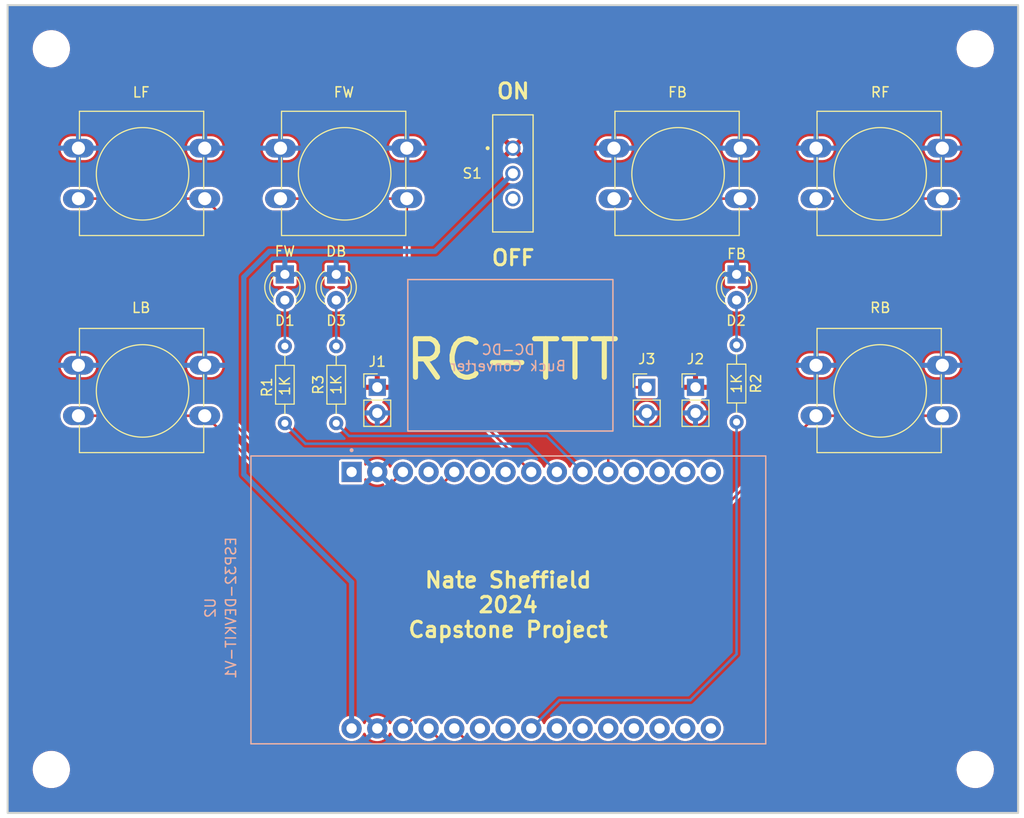
<source format=kicad_pcb>
(kicad_pcb (version 20221018) (generator pcbnew)
  (title_block (title "RCTTT Remote") (date "2/5/2024") (rev "V1") (comment 3 "Senior Design Project Remote ") (comment 4 "Nate Sheffield"))
  (layers (0 "F.Cu" signal) (31 "B.Cu" signal) (34 "B.Paste" user) (35 "F.Paste" user) (36 "B.SilkS" user "B.Silkscreen") (37 "F.SilkS" user "F.Silkscreen") (38 "B.Mask" user) (39 "F.Mask" user) (44 "Edge.Cuts" user))
  (net 0 "")
  (net 1 "GND")
  (net 2 "Net-(D1-A)")
  (net 3 "Net-(D2-A)")
  (net 4 "+3.3V")
  (net 6 "Net-(U2-D18)")
  (net 7 "Net-(U2-D25)")
  (net 8 "Net-(U2-VIN)")
  (net 9 "Net-(U2-D15)")
  (net 10 "Net-(U2-D4)")
  (net 11 "Net-(U2-D5)")
  (net 12 "Net-(U2-D12)")
  (net 13 "Net-(U2-D13)")
  (net 14 "Net-(U2-D14)")
  (net 15 "Net-(D3-A)")
  (net 16 "Net-(J3-Pin_1)")
  (net 17 "Net-(U2-D19)")
  (footprint "Resistor_THT:R_Axial_DIN0204_L3.6mm_D1.6mm_P7.62mm_Horizontal" (layer "F.Cu") (at 103.632 71.882 -90)
    (fp_text reference "R1" (at 4.064 1.778 90) (layer "F.SilkS"))
    (fp_text value "1K" (at 3.927 0 90) (layer "F.SilkS"))
    (fp_line (start 0.94 0) (end 1.89 0) (stroke (width 0.12)) (layer "F.SilkS"))
    (fp_line (start 1.89 -0.92) (end 1.89 0.92) (stroke (width 0.12)) (layer "F.SilkS"))
    (fp_line (start 1.89 0.92) (end 5.73 0.92) (stroke (width 0.12)) (layer "F.SilkS"))
    (fp_line (start 5.73 -0.92) (end 1.89 -0.92) (stroke (width 0.12)) (layer "F.SilkS"))
    (fp_line (start 5.73 0.92) (end 5.73 -0.92) (stroke (width 0.12)) (layer "F.SilkS"))
    (fp_line (start 6.68 0) (end 5.73 0) (stroke (width 0.12)) (layer "F.SilkS"))
    (pad "1" thru_hole circle (at 0 0 270) (size 1.4 1.4) (drill 0.7) (layers "*.Cu" "*.Mask") (net 2 "Net-(D1-A)"))
    (pad "2" thru_hole oval (at 7.62 0 270) (size 1.4 1.4) (drill 0.7) (layers "*.Cu" "*.Mask") (net 6 "Net-(U2-D18)"))
  )
  (footprint "LED_THT:LED_D3.0mm" (layer "F.Cu") (at 103.632 64.765 -90)
    (fp_text reference "D1" (at 4.577 0) (layer "F.SilkS"))
    (fp_text value "FW" (at -2.281 0 180) (layer "F.SilkS"))
    (fp_line (start -0.29 -1.236) (end -0.29 -1.08) (stroke (width 0.12)) (layer "F.SilkS"))
    (fp_line (start -0.29 1.08) (end -0.29 1.236) (stroke (width 0.12)) (layer "F.SilkS"))
    (fp_arc (start -0.29 -1.235516) (mid 1.366487 -1.987659) (end 2.942335 -1.078608) (stroke (width 0.12)) (layer "F.SilkS"))
    (fp_arc (start 0.229039 -1.08) (mid 1.270117 -1.5) (end 2.31113 -1.079837) (stroke (width 0.12)) (layer "F.SilkS"))
    (fp_arc (start 2.31113 1.079837) (mid 1.270117 1.5) (end 0.229039 1.08) (stroke (width 0.12)) (layer "F.SilkS"))
    (fp_arc (start 2.942335 1.078608) (mid 1.366487 1.987659) (end -0.29 1.235516) (stroke (width 0.12)) (layer "F.SilkS"))
    (pad "1" thru_hole rect (at 0 0 270) (size 1.8 1.8) (drill 0.9) (layers "*.Cu" "*.Mask") (net 1 "GND"))
    (pad "2" thru_hole circle (at 2.54 0 270) (size 1.8 1.8) (drill 0.9) (layers "*.Cu" "*.Mask") (net 2 "Net-(D1-A)"))
  )
  (footprint "Button_Switch_THT:SW_PUSH-12mm" (layer "F.Cu") (at 136.2 52.265)
    (fp_text reference "FB" (at 6.294 -5.529) (layer "F.SilkS"))
    (fp_text value "FB" hide)
    (fp_line (start 0.1 -3.65) (end 12.4 -3.65) (stroke (width 0.12)) (layer "F.SilkS"))
    (fp_line (start 0.1 -0.93) (end 0.1 -3.65) (stroke (width 0.12)) (layer "F.SilkS"))
    (fp_line (start 0.1 4.07) (end 0.1 0.93) (stroke (width 0.12)) (layer "F.SilkS"))
    (fp_line (start 0.1 8.65) (end 0.1 5.93) (stroke (width 0.12)) (layer "F.SilkS"))
    (fp_line (start 12.4 -3.65) (end 12.4 -0.93) (stroke (width 0.12)) (layer "F.SilkS"))
    (fp_line (start 12.4 0.93) (end 12.4 4.07) (stroke (width 0.12)) (layer "F.SilkS"))
    (fp_line (start 12.4 5.93) (end 12.4 8.65) (stroke (width 0.12)) (layer "F.SilkS"))
    (fp_line (start 12.4 8.65) (end 0.1 8.65) (stroke (width 0.12)) (layer "F.SilkS"))
    (fp_circle (center 6.35 2.54) (end 10.16 5.08) (stroke (width 0.12)) (fill none) (layer "F.SilkS"))
    (pad "1" thru_hole oval (at 0 0) (size 3.048 1.85) (drill 1.3) (layers "*.Cu" "*.Mask") (net 1 "GND"))
    (pad "1" thru_hole oval (at 12.5 0) (size 3.048 1.85) (drill 1.3) (layers "*.Cu" "*.Mask") (net 1 "GND"))
    (pad "2" thru_hole oval (at 0 5) (size 3.048 1.85) (drill 1.3) (layers "*.Cu" "*.Mask") (net 14 "Net-(U2-D14)"))
    (pad "2" thru_hole oval (at 12.5 5) (size 3.048 1.85) (drill 1.3) (layers "*.Cu" "*.Mask") (net 14 "Net-(U2-D14)"))
  )
  (footprint "Resistor_THT:R_Axial_DIN0204_L3.6mm_D1.6mm_P7.62mm_Horizontal" (layer "F.Cu") (at 108.712 71.882 -90)
    (fp_text reference "R3" (at 3.81 1.778 90) (layer "F.SilkS"))
    (fp_text value "1K" (at 3.81 0 90) (layer "F.SilkS"))
    (fp_line (start 0.94 0) (end 1.89 0) (stroke (width 0.12)) (layer "F.SilkS"))
    (fp_line (start 1.89 -0.92) (end 1.89 0.92) (stroke (width 0.12)) (layer "F.SilkS"))
    (fp_line (start 1.89 0.92) (end 5.73 0.92) (stroke (width 0.12)) (layer "F.SilkS"))
    (fp_line (start 5.73 -0.92) (end 1.89 -0.92) (stroke (width 0.12)) (layer "F.SilkS"))
    (fp_line (start 5.73 0.92) (end 5.73 -0.92) (stroke (width 0.12)) (layer "F.SilkS"))
    (fp_line (start 6.68 0) (end 5.73 0) (stroke (width 0.12)) (layer "F.SilkS"))
    (pad "1" thru_hole circle (at 0 0 270) (size 1.4 1.4) (drill 0.7) (layers "*.Cu" "*.Mask") (net 15 "Net-(D3-A)"))
    (pad "2" thru_hole oval (at 7.62 0 270) (size 1.4 1.4) (drill 0.7) (layers "*.Cu" "*.Mask") (net 17 "Net-(U2-D19)"))
  )
  (footprint "esp32_fp:SW_EG1218" (layer "F.Cu") (at 126.2 54.765 -90)
    (fp_text reference "S1" (at 0 4.026) (layer "F.SilkS"))
    (fp_text value "EG1218" hide)
    (fp_line (start -5.8 -2) (end 5.8 -2) (stroke (width 0.127)) (layer "F.SilkS"))
    (fp_line (start -5.8 2) (end -5.8 -2) (stroke (width 0.127)) (layer "F.SilkS"))
    (fp_line (start 5.8 -2) (end 5.8 2) (stroke (width 0.127)) (layer "F.SilkS"))
    (fp_line (start 5.8 2) (end -5.8 2) (stroke (width 0.127)) (layer "F.SilkS"))
    (fp_circle (center -2.5 2.5) (end -2.4 2.5) (stroke (width 0.2)) (fill none) (layer "F.SilkS"))
    (pad "1" thru_hole circle (at -2.5 0 270) (size 1.508 1.508) (drill 1) (layers "*.Cu" "*.Mask") (net 4 "+3.3V"))
    (pad "2" thru_hole circle (at 0 0 270) (size 1.508 1.508) (drill 1) (layers "*.Cu" "*.Mask") (net 8 "Net-(U2-VIN)"))
    (pad "3" thru_hole circle (at 2.5 0 270) (size 1.508 1.508) (drill 1) (layers "*.Cu" "*.Mask"))
  )
  (footprint "Resistor_THT:R_Axial_DIN0204_L3.6mm_D1.6mm_P7.62mm_Horizontal" (layer "F.Cu") (at 148.336 71.765 -90)
    (fp_text reference "R2" (at 3.81 -1.92 90) (layer "F.SilkS"))
    (fp_text value "1K" (at 3.81 0 90) (layer "F.SilkS"))
    (fp_line (start 0.94 0) (end 1.89 0) (stroke (width 0.12)) (layer "F.SilkS"))
    (fp_line (start 1.89 -0.92) (end 1.89 0.92) (stroke (width 0.12)) (layer "F.SilkS"))
    (fp_line (start 1.89 0.92) (end 5.73 0.92) (stroke (width 0.12)) (layer "F.SilkS"))
    (fp_line (start 5.73 -0.92) (end 1.89 -0.92) (stroke (width 0.12)) (layer "F.SilkS"))
    (fp_line (start 5.73 0.92) (end 5.73 -0.92) (stroke (width 0.12)) (layer "F.SilkS"))
    (fp_line (start 6.68 0) (end 5.73 0) (stroke (width 0.12)) (layer "F.SilkS"))
    (pad "1" thru_hole circle (at 0 0 270) (size 1.4 1.4) (drill 0.7) (layers "*.Cu" "*.Mask") (net 3 "Net-(D2-A)"))
    (pad "2" thru_hole oval (at 7.62 0 270) (size 1.4 1.4) (drill 0.7) (layers "*.Cu" "*.Mask") (net 7 "Net-(U2-D25)"))
  )
  (footprint "Connector_PinHeader_2.54mm:PinHeader_1x02_P2.54mm_Vertical" (layer "F.Cu") (at 144.272 75.946)
    (fp_text reference "J2" (at 0 -2.794) (layer "F.SilkS"))
    (fp_text value "PWR_TEST" hide)
    (fp_line (start -1.33 -1.33) (end 0 -1.33) (stroke (width 0.12)) (layer "F.SilkS"))
    (fp_line (start -1.33 0) (end -1.33 -1.33) (stroke (width 0.12)) (layer "F.SilkS"))
    (fp_line (start -1.33 1.27) (end -1.33 3.87) (stroke (width 0.12)) (layer "F.SilkS"))
    (fp_line (start -1.33 1.27) (end 1.33 1.27) (stroke (width 0.12)) (layer "F.SilkS"))
    (fp_line (start -1.33 3.87) (end 1.33 3.87) (stroke (width 0.12)) (layer "F.SilkS"))
    (fp_line (start 1.33 1.27) (end 1.33 3.87) (stroke (width 0.12)) (layer "F.SilkS"))
    (pad "1" thru_hole rect (at 0 0) (size 1.7 1.7) (drill 1) (layers "*.Cu" "*.Mask") (net 4 "+3.3V"))
    (pad "2" thru_hole oval (at 0 2.54) (size 1.7 1.7) (drill 1) (layers "*.Cu" "*.Mask") (net 1 "GND"))
  )
  (footprint "Button_Switch_THT:SW_PUSH-12mm" (layer "F.Cu") (at 156.2 52.265)
    (fp_text reference "RF" (at 6.36 -5.529) (layer "F.SilkS"))
    (fp_text value "RF" hide)
    (fp_line (start 0.1 -3.65) (end 12.4 -3.65) (stroke (width 0.12)) (layer "F.SilkS"))
    (fp_line (start 0.1 -0.93) (end 0.1 -3.65) (stroke (width 0.12)) (layer "F.SilkS"))
    (fp_line (start 0.1 4.07) (end 0.1 0.93) (stroke (width 0.12)) (layer "F.SilkS"))
    (fp_line (start 0.1 8.65) (end 0.1 5.93) (stroke (width 0.12)) (layer "F.SilkS"))
    (fp_line (start 12.4 -3.65) (end 12.4 -0.93) (stroke (width 0.12)) (layer "F.SilkS"))
    (fp_line (start 12.4 0.93) (end 12.4 4.07) (stroke (width 0.12)) (layer "F.SilkS"))
    (fp_line (start 12.4 5.93) (end 12.4 8.65) (stroke (width 0.12)) (layer "F.SilkS"))
    (fp_line (start 12.4 8.65) (end 0.1 8.65) (stroke (width 0.12)) (layer "F.SilkS"))
    (fp_circle (center 6.35 2.54) (end 10.16 5.08) (stroke (width 0.12)) (fill none) (layer "F.SilkS"))
    (pad "1" thru_hole oval (at 0 0) (size 3.048 1.85) (drill 1.3) (layers "*.Cu" "*.Mask") (net 1 "GND"))
    (pad "1" thru_hole oval (at 12.5 0) (size 3.048 1.85) (drill 1.3) (layers "*.Cu" "*.Mask") (net 1 "GND"))
    (pad "2" thru_hole oval (at 0 5) (size 3.048 1.85) (drill 1.3) (layers "*.Cu" "*.Mask") (net 12 "Net-(U2-D12)"))
    (pad "2" thru_hole oval (at 12.5 5) (size 3.048 1.85) (drill 1.3) (layers "*.Cu" "*.Mask") (net 12 "Net-(U2-D12)"))
  )
  (footprint "MountingHole:MountingHole_3.2mm_M3" (layer "F.Cu") (at 171.958 113.792)
    (fp_text reference "REF**" hide)
    (fp_text value "MountingHole_3.2mm_M3" hide)
    (pad "" np_thru_hole circle (at 0 0) (size 3.2 3.2) (drill 3.2) (layers "*.Cu" "*.Mask"))
  )
  (footprint "LED_THT:LED_D3.0mm" (layer "F.Cu") (at 108.712 64.77 -90)
    (fp_text reference "D3" (at 4.572 0 -180) (layer "F.SilkS"))
    (fp_text value "DB" (at -2.286 0 180) (layer "F.SilkS"))
    (fp_line (start -0.29 -1.236) (end -0.29 -1.08) (stroke (width 0.12)) (layer "F.SilkS"))
    (fp_line (start -0.29 1.08) (end -0.29 1.236) (stroke (width 0.12)) (layer "F.SilkS"))
    (fp_arc (start -0.29 -1.235516) (mid 1.366487 -1.987659) (end 2.942335 -1.078608) (stroke (width 0.12)) (layer "F.SilkS"))
    (fp_arc (start 0.229039 -1.08) (mid 1.270117 -1.5) (end 2.31113 -1.079837) (stroke (width 0.12)) (layer "F.SilkS"))
    (fp_arc (start 2.31113 1.079837) (mid 1.270117 1.5) (end 0.229039 1.08) (stroke (width 0.12)) (layer "F.SilkS"))
    (fp_arc (start 2.942335 1.078608) (mid 1.366487 1.987659) (end -0.29 1.235516) (stroke (width 0.12)) (layer "F.SilkS"))
    (pad "1" thru_hole rect (at 0 0 270) (size 1.8 1.8) (drill 0.9) (layers "*.Cu" "*.Mask") (net 1 "GND"))
    (pad "2" thru_hole circle (at 2.54 0 270) (size 1.8 1.8) (drill 0.9) (layers "*.Cu" "*.Mask") (net 15 "Net-(D3-A)"))
  )
  (footprint "Connector_PinHeader_2.54mm:PinHeader_1x02_P2.54mm_Vertical" (layer "F.Cu") (at 139.446 75.946)
    (fp_text reference "J3" (at 0 -2.794) (layer "F.SilkS"))
    (fp_text value "PIN_TEST" hide)
    (fp_line (start -1.33 -1.33) (end 0 -1.33) (stroke (width 0.12)) (layer "F.SilkS"))
    (fp_line (start -1.33 0) (end -1.33 -1.33) (stroke (width 0.12)) (layer "F.SilkS"))
    (fp_line (start -1.33 1.27) (end -1.33 3.87) (stroke (width 0.12)) (layer "F.SilkS"))
    (fp_line (start -1.33 1.27) (end 1.33 1.27) (stroke (width 0.12)) (layer "F.SilkS"))
    (fp_line (start -1.33 3.87) (end 1.33 3.87) (stroke (width 0.12)) (layer "F.SilkS"))
    (fp_line (start 1.33 1.27) (end 1.33 3.87) (stroke (width 0.12)) (layer "F.SilkS"))
    (pad "1" thru_hole rect (at 0 0) (size 1.7 1.7) (drill 1) (layers "*.Cu" "*.Mask") (net 16 "Net-(J3-Pin_1)"))
    (pad "2" thru_hole oval (at 0 2.54) (size 1.7 1.7) (drill 1) (layers "*.Cu" "*.Mask") (net 1 "GND"))
  )
  (footprint "MountingHole:MountingHole_3.2mm_M3" (layer "F.Cu") (at 171.958 42.418)
    (fp_text reference "REF**" hide)
    (fp_text value "MountingHole_3.2mm_M3" hide)
    (pad "" np_thru_hole circle (at 0 0) (size 3.2 3.2) (drill 3.2) (layers "*.Cu" "*.Mask"))
  )
  (footprint "Button_Switch_THT:SW_PUSH-12mm" (layer "F.Cu") (at 83.2 52.265)
    (fp_text reference "LF" (at 6.208 -5.529) (layer "F.SilkS"))
    (fp_text value "LF" hide)
    (fp_line (start 0.1 -3.65) (end 12.4 -3.65) (stroke (width 0.12)) (layer "F.SilkS"))
    (fp_line (start 0.1 -0.93) (end 0.1 -3.65) (stroke (width 0.12)) (layer "F.SilkS"))
    (fp_line (start 0.1 4.07) (end 0.1 0.93) (stroke (width 0.12)) (layer "F.SilkS"))
    (fp_line (start 0.1 8.65) (end 0.1 5.93) (stroke (width 0.12)) (layer "F.SilkS"))
    (fp_line (start 12.4 -3.65) (end 12.4 -0.93) (stroke (width 0.12)) (layer "F.SilkS"))
    (fp_line (start 12.4 0.93) (end 12.4 4.07) (stroke (width 0.12)) (layer "F.SilkS"))
    (fp_line (start 12.4 5.93) (end 12.4 8.65) (stroke (width 0.12)) (layer "F.SilkS"))
    (fp_line (start 12.4 8.65) (end 0.1 8.65) (stroke (width 0.12)) (layer "F.SilkS"))
    (fp_circle (center 6.35 2.54) (end 10.16 5.08) (stroke (width 0.12)) (fill none) (layer "F.SilkS"))
    (pad "1" thru_hole oval (at 0 0) (size 3.048 1.85) (drill 1.3) (layers "*.Cu" "*.Mask") (net 1 "GND"))
    (pad "1" thru_hole oval (at 12.5 0) (size 3.048 1.85) (drill 1.3) (layers "*.Cu" "*.Mask") (net 1 "GND"))
    (pad "2" thru_hole oval (at 0 5) (size 3.048 1.85) (drill 1.3) (layers "*.Cu" "*.Mask") (net 9 "Net-(U2-D15)"))
    (pad "2" thru_hole oval (at 12.5 5) (size 3.048 1.85) (drill 1.3) (layers "*.Cu" "*.Mask") (net 9 "Net-(U2-D15)"))
  )
  (footprint "MountingHole:MountingHole_3.2mm_M3" (layer "F.Cu") (at 80.518 113.792)
    (fp_text reference "REF**" hide)
    (fp_text value "MountingHole_3.2mm_M3" hide)
    (pad "" np_thru_hole circle (at 0 0) (size 3.2 3.2) (drill 3.2) (layers "*.Cu" "*.Mask"))
  )
  (footprint "Button_Switch_THT:SW_PUSH-12mm" (layer "F.Cu") (at 103.2 52.265)
    (fp_text reference "FW" (at 6.274 -5.529) (layer "F.SilkS"))
    (fp_text value "FW" hide)
    (fp_line (start 0.1 -3.65) (end 12.4 -3.65) (stroke (width 0.12)) (layer "F.SilkS"))
    (fp_line (start 0.1 -0.93) (end 0.1 -3.65) (stroke (width 0.12)) (layer "F.SilkS"))
    (fp_line (start 0.1 4.07) (end 0.1 0.93) (stroke (width 0.12)) (layer "F.SilkS"))
    (fp_line (start 0.1 8.65) (end 0.1 5.93) (stroke (width 0.12)) (layer "F.SilkS"))
    (fp_line (start 12.4 -3.65) (end 12.4 -0.93) (stroke (width 0.12)) (layer "F.SilkS"))
    (fp_line (start 12.4 0.93) (end 12.4 4.07) (stroke (width 0.12)) (layer "F.SilkS"))
    (fp_line (start 12.4 5.93) (end 12.4 8.65) (stroke (width 0.12)) (layer "F.SilkS"))
    (fp_line (start 12.4 8.65) (end 0.1 8.65) (stroke (width 0.12)) (layer "F.SilkS"))
    (fp_circle (center 6.35 2.54) (end 10.16 5.08) (stroke (width 0.12)) (fill none) (layer "F.SilkS"))
    (pad "1" thru_hole oval (at 0 0) (size 3.048 1.85) (drill 1.3) (layers "*.Cu" "*.Mask") (net 1 "GND"))
    (pad "1" thru_hole oval (at 12.5 0) (size 3.048 1.85) (drill 1.3) (layers "*.Cu" "*.Mask") (net 1 "GND"))
    (pad "2" thru_hole oval (at 0 5) (size 3.048 1.85) (drill 1.3) (layers "*.Cu" "*.Mask") (net 11 "Net-(U2-D5)"))
    (pad "2" thru_hole oval (at 12.5 5) (size 3.048 1.85) (drill 1.3) (layers "*.Cu" "*.Mask") (net 11 "Net-(U2-D5)"))
  )
  (footprint "Connector_PinHeader_2.54mm:PinHeader_1x02_P2.54mm_Vertical" (layer "F.Cu") (at 112.776 75.946)
    (fp_text reference "J1" (at 0 -2.54) (layer "F.SilkS"))
    (fp_text value "PWR" hide)
    (fp_line (start -1.33 -1.33) (end 0 -1.33) (stroke (width 0.12)) (layer "F.SilkS"))
    (fp_line (start -1.33 0) (end -1.33 -1.33) (stroke (width 0.12)) (layer "F.SilkS"))
    (fp_line (start -1.33 1.27) (end -1.33 3.87) (stroke (width 0.12)) (layer "F.SilkS"))
    (fp_line (start -1.33 1.27) (end 1.33 1.27) (stroke (width 0.12)) (layer "F.SilkS"))
    (fp_line (start -1.33 3.87) (end 1.33 3.87) (stroke (width 0.12)) (layer "F.SilkS"))
    (fp_line (start 1.33 1.27) (end 1.33 3.87) (stroke (width 0.12)) (layer "F.SilkS"))
    (pad "1" thru_hole rect (at 0 0) (size 1.7 1.7) (drill 1) (layers "*.Cu" "*.Mask") (net 4 "+3.3V"))
    (pad "2" thru_hole oval (at 0 2.54) (size 1.7 1.7) (drill 1) (layers "*.Cu" "*.Mask") (net 1 "GND"))
  )
  (footprint "LED_THT:LED_D3.0mm" (layer "F.Cu") (at 148.336 64.765 -90)
    (fp_text reference "D2" (at 4.577 0.042) (layer "F.SilkS"))
    (fp_text value "FB" (at -2.027 0 180) (layer "F.SilkS"))
    (fp_line (start -0.29 -1.236) (end -0.29 -1.08) (stroke (width 0.12)) (layer "F.SilkS"))
    (fp_line (start -0.29 1.08) (end -0.29 1.236) (stroke (width 0.12)) (layer "F.SilkS"))
    (fp_arc (start -0.29 -1.235516) (mid 1.366487 -1.987659) (end 2.942335 -1.078608) (stroke (width 0.12)) (layer "F.SilkS"))
    (fp_arc (start 0.229039 -1.08) (mid 1.270117 -1.5) (end 2.31113 -1.079837) (stroke (width 0.12)) (layer "F.SilkS"))
    (fp_arc (start 2.31113 1.079837) (mid 1.270117 1.5) (end 0.229039 1.08) (stroke (width 0.12)) (layer "F.SilkS"))
    (fp_arc (start 2.942335 1.078608) (mid 1.366487 1.987659) (end -0.29 1.235516) (stroke (width 0.12)) (layer "F.SilkS"))
    (pad "1" thru_hole rect (at 0 0 270) (size 1.8 1.8) (drill 0.9) (layers "*.Cu" "*.Mask") (net 1 "GND"))
    (pad "2" thru_hole circle (at 2.54 0 270) (size 1.8 1.8) (drill 0.9) (layers "*.Cu" "*.Mask") (net 3 "Net-(D2-A)"))
  )
  (footprint "MountingHole:MountingHole_3.2mm_M3" (layer "F.Cu") (at 80.518 42.418)
    (fp_text reference "REF**" hide)
    (fp_text value "MountingHole_3.2mm_M3" hide)
    (pad "" np_thru_hole circle (at 0 0) (size 3.2 3.2) (drill 3.2) (layers "*.Cu" "*.Mask"))
  )
  (footprint "Button_Switch_THT:SW_PUSH-12mm" (layer "F.Cu") (at 83.2 73.765)
    (fp_text reference "LB" (at 6.208 -5.693) (layer "F.SilkS"))
    (fp_text value "LB" hide)
    (fp_line (start 0.1 -3.65) (end 12.4 -3.65) (stroke (width 0.12)) (layer "F.SilkS"))
    (fp_line (start 0.1 -0.93) (end 0.1 -3.65) (stroke (width 0.12)) (layer "F.SilkS"))
    (fp_line (start 0.1 4.07) (end 0.1 0.93) (stroke (width 0.12)) (layer "F.SilkS"))
    (fp_line (start 0.1 8.65) (end 0.1 5.93) (stroke (width 0.12)) (layer "F.SilkS"))
    (fp_line (start 12.4 -3.65) (end 12.4 -0.93) (stroke (width 0.12)) (layer "F.SilkS"))
    (fp_line (start 12.4 0.93) (end 12.4 4.07) (stroke (width 0.12)) (layer "F.SilkS"))
    (fp_line (start 12.4 5.93) (end 12.4 8.65) (stroke (width 0.12)) (layer "F.SilkS"))
    (fp_line (start 12.4 8.65) (end 0.1 8.65) (stroke (width 0.12)) (layer "F.SilkS"))
    (fp_circle (center 6.35 2.54) (end 10.16 5.08) (stroke (width 0.12)) (fill none) (layer "F.SilkS"))
    (pad "1" thru_hole oval (at 0 0) (size 3.048 1.85) (drill 1.3) (layers "*.Cu" "*.Mask") (net 1 "GND"))
    (pad "1" thru_hole oval (at 12.5 0) (size 3.048 1.85) (drill 1.3) (layers "*.Cu" "*.Mask") (net 1 "GND"))
    (pad "2" thru_hole oval (at 0 5) (size 3.048 1.85) (drill 1.3) (layers "*.Cu" "*.Mask") (net 10 "Net-(U2-D4)"))
    (pad "2" thru_hole oval (at 12.5 5) (size 3.048 1.85) (drill 1.3) (layers "*.Cu" "*.Mask") (net 10 "Net-(U2-D4)"))
  )
  (footprint "Button_Switch_THT:SW_PUSH-12mm" (layer "F.Cu") (at 156.2 73.765)
    (fp_text reference "RB" (at 6.36 -5.693) (layer "F.SilkS"))
    (fp_text value "RB" hide)
    (fp_line (start 0.1 -3.65) (end 12.4 -3.65) (stroke (width 0.12)) (layer "F.SilkS"))
    (fp_line (start 0.1 -0.93) (end 0.1 -3.65) (stroke (width 0.12)) (layer "F.SilkS"))
    (fp_line (start 0.1 4.07) (end 0.1 0.93) (stroke (width 0.12)) (layer "F.SilkS"))
    (fp_line (start 0.1 8.65) (end 0.1 5.93) (stroke (width 0.12)) (layer "F.SilkS"))
    (fp_line (start 12.4 -3.65) (end 12.4 -0.93) (stroke (width 0.12)) (layer "F.SilkS"))
    (fp_line (start 12.4 0.93) (end 12.4 4.07) (stroke (width 0.12)) (layer "F.SilkS"))
    (fp_line (start 12.4 5.93) (end 12.4 8.65) (stroke (width 0.12)) (layer "F.SilkS"))
    (fp_line (start 12.4 8.65) (end 0.1 8.65) (stroke (width 0.12)) (layer "F.SilkS"))
    (fp_circle (center 6.35 2.54) (end 10.16 5.08) (stroke (width 0.12)) (fill none) (layer "F.SilkS"))
    (pad "1" thru_hole oval (at 0 0) (size 3.048 1.85) (drill 1.3) (layers "*.Cu" "*.Mask") (net 1 "GND"))
    (pad "1" thru_hole oval (at 12.5 0) (size 3.048 1.85) (drill 1.3) (layers "*.Cu" "*.Mask") (net 1 "GND"))
    (pad "2" thru_hole oval (at 0 5) (size 3.048 1.85) (drill 1.3) (layers "*.Cu" "*.Mask") (net 13 "Net-(U2-D13)"))
    (pad "2" thru_hole oval (at 12.5 5) (size 3.048 1.85) (drill 1.3) (layers "*.Cu" "*.Mask") (net 13 "Net-(U2-D13)"))
  )
  (footprint "esp32_fp:MODULE_ESP32_DEVKIT_V1" (layer "B.Cu") (at 125.751 97.028 -90)
    (fp_text reference "U2" (at 0.762 29.485 90) (layer "B.SilkS") (effects (justify mirror)))
    (fp_text value "ESP32-DEVKIT-V1" (at 0.762 27.453 -90) (layer "B.SilkS") (effects (justify mirror)))
    (fp_line (start -14.28 -25.475) (end -14.28 25.475) (stroke (width 0.127)) (layer "B.SilkS"))
    (fp_line (start -14.28 -25.475) (end -14.28 25.475) (stroke (width 0.127)) (layer "B.SilkS"))
    (fp_line (start -14.28 -25.475) (end -8.91 -25.475) (stroke (width 0.127)) (layer "B.SilkS"))
    (fp_line (start -14.28 25.475) (end -3.211 25.475) (stroke (width 0.127)) (layer "B.SilkS"))
    (fp_line (start -14.28 25.475) (end 14.23 25.475) (stroke (width 0.127)) (layer "B.SilkS"))
    (fp_line (start -8.91 -25.475) (end 8.78 -25.475) (stroke (width 0.127)) (layer "B.SilkS"))
    (fp_line (start -3.211 25.475) (end 3.5 25.475) (stroke (width 0.127)) (layer "B.SilkS"))
    (fp_line (start 3.5 25.475) (end 14.23 25.475) (stroke (width 0.127)) (layer "B.SilkS"))
    (fp_line (start 8.78 -25.475) (end 14.23 -25.475) (stroke (width 0.127)) (layer "B.SilkS"))
    (fp_line (start 14.23 -25.475) (end -14.28 -25.475) (stroke (width 0.127)) (layer "B.SilkS"))
    (fp_line (start 14.23 25.475) (end 14.23 -25.475) (stroke (width 0.127)) (layer "B.SilkS"))
    (fp_line (start 14.23 25.475) (end 14.23 -25.475) (stroke (width 0.127)) (layer "B.SilkS"))
    (fp_circle (center -14.85 15.515) (end -14.75 15.515) (stroke (width 0.2)) (fill none) (layer "B.SilkS"))
    (pad "1" thru_hole rect (at -12.7 15.515 270) (size 2 2) (drill 1.02) (layers "*.Cu" "*.Mask"))
    (pad "2" thru_hole circle (at -12.7 12.975 270) (size 2 2) (drill 1.02) (layers "*.Cu" "*.Mask") (net 1 "GND"))
    (pad "3" thru_hole circle (at -12.7 10.435 270) (size 2 2) (drill 1.02) (layers "*.Cu" "*.Mask") (net 9 "Net-(U2-D15)"))
    (pad "4" thru_hole circle (at -12.7 7.895 270) (size 2 2) (drill 1.02) (layers "*.Cu" "*.Mask"))
    (pad "5" thru_hole circle (at -12.7 5.355 270) (size 2 2) (drill 1.02) (layers "*.Cu" "*.Mask") (net 10 "Net-(U2-D4)"))
    (pad "6" thru_hole circle (at -12.7 2.815 270) (size 2 2) (drill 1.02) (layers "*.Cu" "*.Mask"))
    (pad "7" thru_hole circle (at -12.7 0.275 270) (size 2 2) (drill 1.02) (layers "*.Cu" "*.Mask"))
    (pad "8" thru_hole circle (at -12.7 -2.265 270) (size 2 2) (drill 1.02) (layers "*.Cu" "*.Mask") (net 11 "Net-(U2-D5)"))
    (pad "9" thru_hole circle (at -12.7 -4.805 270) (size 2 2) (drill 1.02) (layers "*.Cu" "*.Mask") (net 6 "Net-(U2-D18)"))
    (pad "10" thru_hole circle (at -12.7 -7.345 270) (size 2 2) (drill 1.02) (layers "*.Cu" "*.Mask") (net 17 "Net-(U2-D19)"))
    (pad "11" thru_hole circle (at -12.7 -9.885 270) (size 2 2) (drill 1.02) (layers "*.Cu" "*.Mask") (net 16 "Net-(J3-Pin_1)"))
    (pad "12" thru_hole circle (at -12.7 -12.425 270) (size 2 2) (drill 1.02) (layers "*.Cu" "*.Mask"))
    (pad "13" thru_hole circle (at -12.7 -14.965 270) (size 2 2) (drill 1.02) (layers "*.Cu" "*.Mask"))
    (pad "14" thru_hole circle (at -12.7 -17.505 270) (size 2 2) (drill 1.02) (layers "*.Cu" "*.Mask"))
    (pad "15" thru_hole circle (at -12.7 -20.045 270) (size 2 2) (drill 1.02) (layers "*.Cu" "*.Mask"))
    (pad "16" thru_hole circle (at 12.7 -20.045 270) (size 2 2) (drill 1.02) (layers "*.Cu" "*.Mask"))
    (pad "17" thru_hole circle (at 12.7 -17.505 270) (size 2 2) (drill 1.02) (layers "*.Cu" "*.Mask"))
    (pad "18" thru_hole circle (at 12.7 -14.965 270) (size 2 2) (drill 1.02) (layers "*.Cu" "*.Mask"))
    (pad "19" thru_hole circle (at 12.7 -12.425 270) (size 2 2) (drill 1.02) (layers "*.Cu" "*.Mask"))
    (pad "20" thru_hole circle (at 12.7 -9.885 270) (size 2 2) (drill 1.02) (layers "*.Cu" "*.Mask"))
    (pad "21" thru_hole circle (at 12.7 -7.345 270) (size 2 2) (drill 1.02) (layers "*.Cu" "*.Mask"))
    (pad "22" thru_hole circle (at 12.7 -4.805 270) (size 2 2) (drill 1.02) (layers "*.Cu" "*.Mask"))
    (pad "23" thru_hole circle (at 12.7 -2.265 270) (size 2 2) (drill 1.02) (layers "*.Cu" "*.Mask") (net 7 "Net-(U2-D25)"))
    (pad "24" thru_hole circle (at 12.7 0.275 270) (size 2 2) (drill 1.02) (layers "*.Cu" "*.Mask"))
    (pad "25" thru_hole circle (at 12.7 2.815 270) (size 2 2) (drill 1.02) (layers "*.Cu" "*.Mask"))
    (pad "26" thru_hole circle (at 12.7 5.355 270) (size 2 2) (drill 1.02) (layers "*.Cu" "*.Mask") (net 14 "Net-(U2-D14)"))
    (pad "27" thru_hole circle (at 12.7 7.895 270) (size 2 2) (drill 1.02) (layers "*.Cu" "*.Mask") (net 12 "Net-(U2-D12)"))
    (pad "28" thru_hole circle (at 12.7 10.435 270) (size 2 2) (drill 1.02) (layers "*.Cu" "*.Mask") (net 13 "Net-(U2-D13)"))
    (pad "29" thru_hole circle (at 12.7 12.975 270) (size 2 2) (drill 1.02) (layers "*.Cu" "*.Mask") (net 1 "GND"))
    (pad "30" thru_hole circle (at 12.7 15.515 270) (size 2 2) (drill 1.02) (layers "*.Cu" "*.Mask") (net 8 "Net-(U2-VIN)"))
  )
  (gr_rect (start 115.8 65.278) (end 136.1 80.278) (stroke (width 0.15)) (fill none) (layer "B.SilkS"))
  (gr_rect (start 76.2 38.1) (end 176.2 118.1) (stroke (width 0.2)) (fill none) (layer "Edge.Cuts"))
  (gr_text "DC-DC\nBuck Converter" (at 125.73 74.427) (layer "B.SilkS") (effects (font (size 1 1)) (justify bottom mirror)))
  (gr_text "Nate Sheffield\n2024\nCapstone Project" (at 125.73 100.838) (layer "F.SilkS") (effects (font (size 1.524 1.524) (thickness 0.3048) bold) (justify bottom)))
  (gr_text "RC-TTT" (at 115.316 75.438) (layer "F.SilkS") (effects (font (size 3.81 3.81) (thickness 0.508)) (justify left bottom)))
  (gr_text "OFF" (at 123.952 64.008) (layer "F.SilkS") (effects (font (size 1.5 1.5) (thickness 0.3) bold) (justify left bottom)))
  (gr_text "ON" (at 124.46 47.498) (layer "F.SilkS") (effects (font (size 1.5 1.5) (thickness 0.3) bold) (justify left bottom)))
  (segment (start 103.632 67.305) (end 103.632 71.882) (width 0.25) (layer "B.Cu") (net 2))
  (segment (start 148.336 67.305) (end 148.336 71.765) (width 0.25) (layer "B.Cu") (net 3))
  (segment (start 103.632 79.502) (end 105.664 81.534) (width 0.25) (layer "B.Cu") (net 6))
  (segment (start 127.762 81.534) (end 130.556 84.328) (width 0.25) (layer "B.Cu") (net 6))
  (segment (start 105.664 81.534) (end 127.762 81.534) (width 0.25) (layer "B.Cu") (net 6))
  (segment (start 148.336 79.385) (end 148.336 102.362) (width 0.25) (layer "B.Cu") (net 7))
  (segment (start 148.336 102.362) (end 143.764 106.934) (width 0.25) (layer "B.Cu") (net 7))
  (segment (start 130.81 106.934) (end 128.016 109.728) (width 0.25) (layer "B.Cu") (net 7))
  (segment (start 143.764 106.934) (end 130.81 106.934) (width 0.25) (layer "B.Cu") (net 7))
  (segment (start 110.236 95.25) (end 110.236 109.728) (width 0.508) (layer "B.Cu") (net 8))
  (segment (start 99.568 84.582) (end 110.236 95.25) (width 0.508) (layer "B.Cu") (net 8))
  (segment (start 99.568 65.024) (end 99.568 84.582) (width 0.508) (layer "B.Cu") (net 8))
  (segment (start 118.481 62.484) (end 102.108 62.484) (width 0.508) (layer "B.Cu") (net 8))
  (segment (start 126.2 54.765) (end 118.481 62.484) (width 0.508) (layer "B.Cu") (net 8))
  (segment (start 102.108 62.484) (end 99.568 65.024) (width 0.508) (layer "B.Cu") (net 8))
  (segment (start 98.552 79.502) (end 105.664 86.614) (width 0.25) (layer "F.Cu") (net 9))
  (segment (start 83.2 57.265) (end 95.7 57.265) (width 0.25) (layer "F.Cu") (net 9))
  (segment (start 95.7 57.265) (end 98.552 60.117) (width 0.25) (layer "F.Cu") (net 9))
  (segment (start 113.03 86.614) (end 115.316 84.328) (width 0.25) (layer "F.Cu") (net 9))
  (segment (start 98.552 60.117) (end 98.552 79.502) (width 0.25) (layer "F.Cu") (net 9))
  (segment (start 105.664 86.614) (end 113.03 86.614) (width 0.25) (layer "F.Cu") (net 9))
  (segment (start 95.7 78.765) (end 95.783 78.765) (width 0.25) (layer "F.Cu") (net 10))
  (segment (start 116.84 87.884) (end 120.396 84.328) (width 0.25) (layer "F.Cu") (net 10))
  (segment (start 83.2 78.765) (end 95.7 78.765) (width 0.25) (layer "F.Cu") (net 10))
  (segment (start 95.783 78.765) (end 104.902 87.884) (width 0.25) (layer "F.Cu") (net 10))
  (segment (start 104.902 87.884) (end 116.84 87.884) (width 0.25) (layer "F.Cu") (net 10))
  (segment (start 103.2 57.265) (end 115.7 57.265) (width 0.25) (layer "F.Cu") (net 11))
  (segment (start 115.7 57.265) (end 115.7 77.092) (width 0.25) (layer "F.Cu") (net 11))
  (segment (start 117.856 79.248) (end 122.936 79.248) (width 0.25) (layer "F.Cu") (net 11))
  (segment (start 122.936 79.248) (end 128.016 84.328) (width 0.25) (layer "F.Cu") (net 11))
  (segment (start 115.7 77.092) (end 117.856 79.248) (width 0.25) (layer "F.Cu") (net 11))
  (segment (start 123.444 115.316) (end 117.856 109.728) (width 0.25) (layer "F.Cu") (net 12))
  (segment (start 168.7 57.265) (end 172.073 57.265) (width 0.25) (layer "F.Cu") (net 12))
  (segment (start 163.068 115.316) (end 123.444 115.316) (width 0.25) (layer "F.Cu") (net 12))
  (segment (start 156.2 57.265) (end 168.7 57.265) (width 0.25) (layer "F.Cu") (net 12))
  (segment (start 173.228 105.156) (end 163.068 115.316) (width 0.25) (layer "F.Cu") (net 12))
  (segment (start 173.228 58.42) (end 173.228 105.156) (width 0.25) (layer "F.Cu") (net 12))
  (segment (start 172.073 57.265) (end 173.228 58.42) (width 0.25) (layer "F.Cu") (net 12))
  (segment (start 147.066 101.092) (end 142.494 105.664) (width 0.25) (layer "F.Cu") (net 13))
  (segment (start 142.494 105.664) (end 119.38 105.664) (width 0.25) (layer "F.Cu") (net 13))
  (segment (start 119.38 105.664) (end 115.316 109.728) (width 0.25) (layer "F.Cu") (net 13))
  (segment (start 147.066 87.899) (end 147.066 101.092) (width 0.25) (layer "F.Cu") (net 13))
  (segment (start 168.7 78.765) (end 156.2 78.765) (width 0.25) (layer "F.Cu") (net 13))
  (segment (start 156.2 78.765) (end 147.066 87.899) (width 0.25) (layer "F.Cu") (net 13))
  (segment (start 170.434 61.468) (end 171.704 62.738) (width 0.25) (layer "F.Cu") (net 14))
  (segment (start 152.908 61.468) (end 170.434 61.468) (width 0.25) (layer "F.Cu") (net 14))
  (segment (start 171.704 62.738) (end 171.704 104.648) (width 0.25) (layer "F.Cu") (net 14))
  (segment (start 124.714 114.046) (end 120.396 109.728) (width 0.25) (layer "F.Cu") (net 14))
  (segment (start 171.704 104.648) (end 162.306 114.046) (width 0.25) (layer "F.Cu") (net 14))
  (segment (start 162.306 114.046) (end 124.714 114.046) (width 0.25) (layer "F.Cu") (net 14))
  (segment (start 148.7 57.265) (end 148.705 57.265) (width 0.25) (layer "F.Cu") (net 14))
  (segment (start 148.705 57.265) (end 152.908 61.468) (width 0.25) (layer "F.Cu") (net 14))
  (segment (start 136.2 57.265) (end 148.7 57.265) (width 0.25) (layer "F.Cu") (net 14))
  (segment (start 108.712 67.31) (end 108.712 71.882) (width 0.25) (layer "B.Cu") (net 15))
  (segment (start 135.636 76.962) (end 135.636 84.328) (width 0.25) (layer "F.Cu") (net 16))
  (segment (start 136.652 75.946) (end 135.636 76.962) (width 0.25) (layer "F.Cu") (net 16))
  (segment (start 139.446 75.946) (end 136.652 75.946) (width 0.25) (layer "F.Cu") (net 16))
  (segment (start 108.712 79.502) (end 109.982 80.772) (width 0.25) (layer "B.Cu") (net 17))
  (segment (start 129.54 80.772) (end 133.096 84.328) (width 0.25) (layer "B.Cu") (net 17))
  (segment (start 109.982 80.772) (end 129.54 80.772) (width 0.25) (layer "B.Cu") (net 17))
  (zone (net 4) (net_name "+3.3V") (layer "F.Cu") (connect_pads (clearance 0.254)) (min_thickness 0.254) (fill yes (thermal_gap 0.5) (thermal_bridge_width 0.5))
    (polygon (pts (xy 75.692 37.592) (xy 176.784 37.592) (xy 176.784 118.618) (xy 75.438 118.618)))
  )
  (zone (net 1) (net_name "GND") (layer "B.Cu") (priority 1) (connect_pads (clearance 0.254)) (min_thickness 0.254) (fill yes (thermal_gap 0.5) (thermal_bridge_width 0.5))
    (polygon (pts (xy 75.692 37.592) (xy 176.784 37.592) (xy 176.784 118.618) (xy 75.438 118.618)))
  )
)
</source>
